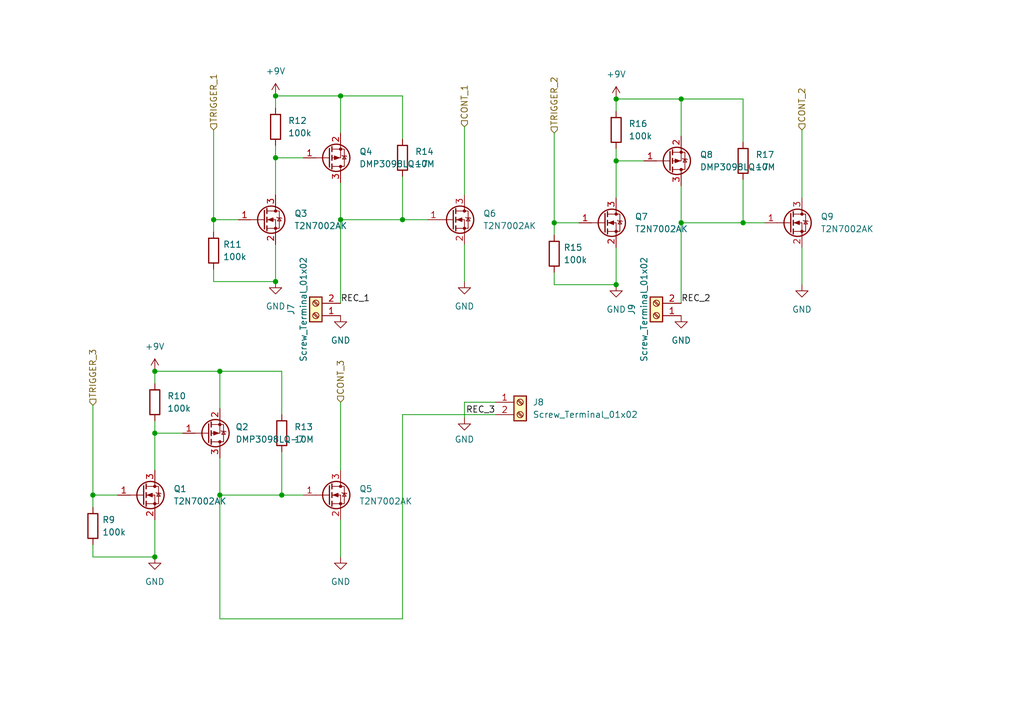
<source format=kicad_sch>
(kicad_sch (version 20211123) (generator eeschema)
  (paper "A5")
  (title_block (title "PAL 9000") (date "3/5/2022") (rev "2") (company "Purdue Space Program High Altitude"))
  (lib_symbols
    (symbol "Connector:Screw_Terminal_01x02" (pin_names (offset 1.016) hide)
      (property "Reference" "J" (at 0 2.54 0))
      (property "Value" "Screw_Terminal_01x02" (at 0 -5.08 0))
      (symbol "Screw_Terminal_01x02_1_1"
        (rectangle (start -1.27 1.27) (end 1.27 -3.81) (stroke (width 0.254)) (fill (type background)))
        (circle (center 0 -2.54) (radius 0.635) (stroke (width 0.1524)))
        (polyline (pts (xy -0.5334 -2.2098) (xy 0.3302 -3.048)) (stroke (width 0.1524)))
        (polyline (pts (xy -0.5334 0.3302) (xy 0.3302 -0.508)) (stroke (width 0.1524)))
        (polyline (pts (xy -0.3556 -2.032) (xy 0.508 -2.8702)) (stroke (width 0.1524)))
        (polyline (pts (xy -0.3556 0.508) (xy 0.508 -0.3302)) (stroke (width 0.1524)))
        (circle (center 0 0) (radius 0.635) (stroke (width 0.1524)))
        (pin passive line (at -5.08 0 0) (length 3.81) (name "Pin_1") (number "1"))
        (pin passive line (at -5.08 -2.54 0) (length 3.81) (name "Pin_2") (number "2"))
      )
    )
    (symbol "Device:Q_NMOS_GSD" (pin_names (offset 0) hide)
      (property "Reference" "Q" (at 5.08 1.27 0))
      (property "Value" "Q_NMOS_GSD" (at 5.08 -1.27 0))
      (symbol "Q_NMOS_GSD_0_1"
        (polyline (pts (xy 0.254 0) (xy -2.54 0)))
        (polyline (pts (xy 0.254 1.905) (xy 0.254 -1.905)) (stroke (width 0.254)))
        (polyline (pts (xy 0.762 -1.27) (xy 0.762 -2.286)) (stroke (width 0.254)))
        (polyline (pts (xy 0.762 0.508) (xy 0.762 -0.508)) (stroke (width 0.254)))
        (polyline (pts (xy 0.762 2.286) (xy 0.762 1.27)) (stroke (width 0.254)))
        (polyline (pts (xy 2.54 2.54) (xy 2.54 1.778)))
        (polyline (pts (xy 2.54 -2.54) (xy 2.54 0) (xy 0.762 0)))
        (polyline (pts (xy 0.762 -1.778) (xy 3.302 -1.778) (xy 3.302 1.778) (xy 0.762 1.778)))
        (polyline (pts (xy 1.016 0) (xy 2.032 0.381) (xy 2.032 -0.381) (xy 1.016 0)) (fill (type outline)))
        (polyline (pts (xy 2.794 0.508) (xy 2.921 0.381) (xy 3.683 0.381) (xy 3.81 0.254)))
        (polyline (pts (xy 3.302 0.381) (xy 2.921 -0.254) (xy 3.683 -0.254) (xy 3.302 0.381)))
        (circle (center 1.651 0) (radius 2.794) (stroke (width 0.254)))
        (circle (center 2.54 -1.778) (radius 0.254) (fill (type outline)))
        (circle (center 2.54 1.778) (radius 0.254) (fill (type outline)))
      )
      (symbol "Q_NMOS_GSD_1_1"
        (pin input line (at -5.08 0 0) (length 2.54) (name "G") (number "1"))
        (pin passive line (at 2.54 -5.08 90) (length 2.54) (name "S") (number "2"))
        (pin passive line (at 2.54 5.08 270) (length 2.54) (name "D") (number "3"))
      )
    )
    (symbol "Device:Q_PMOS_GSD" (pin_names (offset 0) hide)
      (property "Reference" "Q" (at 5.08 1.27 0))
      (property "Value" "Q_PMOS_GSD" (at 5.08 -1.27 0))
      (symbol "Q_PMOS_GSD_0_1"
        (polyline (pts (xy 0.254 0) (xy -2.54 0)))
        (polyline (pts (xy 0.254 1.905) (xy 0.254 -1.905)) (stroke (width 0.254)))
        (polyline (pts (xy 0.762 -1.27) (xy 0.762 -2.286)) (stroke (width 0.254)))
        (polyline (pts (xy 0.762 0.508) (xy 0.762 -0.508)) (stroke (width 0.254)))
        (polyline (pts (xy 0.762 2.286) (xy 0.762 1.27)) (stroke (width 0.254)))
        (polyline (pts (xy 2.54 2.54) (xy 2.54 1.778)))
        (polyline (pts (xy 2.54 -2.54) (xy 2.54 0) (xy 0.762 0)))
        (polyline (pts (xy 0.762 1.778) (xy 3.302 1.778) (xy 3.302 -1.778) (xy 0.762 -1.778)))
        (polyline (pts (xy 2.286 0) (xy 1.27 0.381) (xy 1.27 -0.381) (xy 2.286 0)) (fill (type outline)))
        (polyline (pts (xy 2.794 -0.508) (xy 2.921 -0.381) (xy 3.683 -0.381) (xy 3.81 -0.254)))
        (polyline (pts (xy 3.302 -0.381) (xy 2.921 0.254) (xy 3.683 0.254) (xy 3.302 -0.381)))
        (circle (center 1.651 0) (radius 2.794) (stroke (width 0.254)))
        (circle (center 2.54 -1.778) (radius 0.254) (fill (type outline)))
        (circle (center 2.54 1.778) (radius 0.254) (fill (type outline)))
      )
      (symbol "Q_PMOS_GSD_1_1"
        (pin input line (at -5.08 0 0) (length 2.54) (name "G") (number "1"))
        (pin passive line (at 2.54 -5.08 90) (length 2.54) (name "S") (number "2"))
        (pin passive line (at 2.54 5.08 270) (length 2.54) (name "D") (number "3"))
      )
    )
    (symbol "Device:R" (pin_numbers hide) (pin_names (offset 0))
      (property "Reference" "R" (at 2.032 0 90))
      (property "Value" "R" (at 0 0 90))
      (symbol "R_0_1"
        (rectangle (start -1.016 -2.54) (end 1.016 2.54) (stroke (width 0.254)))
      )
      (symbol "R_1_1"
        (pin passive line (at 0 3.81 270) (length 1.27) (name "~") (number "1"))
        (pin passive line (at 0 -3.81 90) (length 1.27) (name "~") (number "2"))
      )
    )
    (symbol "power:+9V" (power) (pin_names (offset 0))
      (property "Value" "+9V" (at 0 3.556 0))
      (symbol "+9V_0_1"
        (polyline (pts (xy -0.762 1.27) (xy 0 2.54)))
        (polyline (pts (xy 0 0) (xy 0 2.54)))
        (polyline (pts (xy 0 2.54) (xy 0.762 1.27)))
      )
      (symbol "+9V_1_1"
        (pin power_in line (at 0 0 90) (length 0) hide (name "+9V") (number "1"))
      )
    )
    (symbol "power:GND" (power) (pin_names (offset 0))
      (property "Value" "GND" (at 0 -3.81 0))
      (symbol "GND_0_1"
        (polyline (pts (xy 0 0) (xy 0 -1.27) (xy 1.27 -1.27) (xy 0 -2.54) (xy -1.27 -1.27) (xy 0 -1.27)))
      )
      (symbol "GND_1_1"
        (pin power_in line (at 0 0 270) (length 0) hide (name "GND") (number "1"))
      )
    )
  )
  (junction (at 56.515 19.685))
  (junction (at 139.7 20.32))
  (junction (at 69.85 19.685))
  (junction (at 69.85 45.085))
  (junction (at 56.515 32.385))
  (junction (at 82.55 45.085))
  (junction (at 31.75 76.2))
  (junction (at 152.4 45.72))
  (junction (at 126.365 58.42))
  (junction (at 56.515 57.785))
  (junction (at 126.365 20.32))
  (junction (at 45.085 101.6))
  (junction (at 31.75 88.9))
  (junction (at 57.785 101.6))
  (junction (at 139.7 45.72))
  (junction (at 31.75 114.3))
  (junction (at 19.05 101.6))
  (junction (at 43.815 45.085))
  (junction (at 126.365 33.02))
  (junction (at 45.085 76.2))
  (junction (at 113.665 45.72))
  (wire (pts (xy 56.515 19.685) (xy 56.515 22.225)))
  (wire (pts (xy 126.365 20.32) (xy 126.365 22.86)))
  (wire (pts (xy 31.75 76.2) (xy 31.75 78.74)))
  (wire (pts (xy 31.75 88.9) (xy 31.75 96.52)))
  (wire (pts (xy 19.05 83.185) (xy 19.05 101.6)))
  (wire (pts (xy 45.085 93.98) (xy 45.085 101.6)))
  (wire (pts (xy 56.515 29.845) (xy 56.515 32.385)))
  (wire (pts (xy 139.7 20.32) (xy 139.7 27.94)))
  (wire (pts (xy 126.365 33.02) (xy 126.365 40.64)))
  (wire (pts (xy 31.75 76.2) (xy 45.085 76.2)))
  (wire (pts (xy 152.4 20.32) (xy 152.4 29.21)))
  (wire (pts (xy 19.05 114.3) (xy 31.75 114.3)))
  (wire (pts (xy 69.85 82.55) (xy 69.85 96.52)))
  (wire (pts (xy 139.7 45.72) (xy 152.4 45.72)))
  (wire (pts (xy 152.4 45.72) (xy 156.845 45.72)))
  (wire (pts (xy 69.85 45.085) (xy 69.85 62.23)))
  (wire (pts (xy 113.665 55.88) (xy 113.665 58.42)))
  (wire (pts (xy 126.365 20.32) (xy 139.7 20.32)))
  (wire (pts (xy 139.7 38.1) (xy 139.7 45.72)))
  (wire (pts (xy 56.515 50.165) (xy 56.515 57.785)))
  (wire (pts (xy 45.085 101.6) (xy 57.785 101.6)))
  (wire (pts (xy 69.85 106.68) (xy 69.85 114.3)))
  (wire (pts (xy 45.085 76.2) (xy 45.085 83.82)))
  (wire (pts (xy 82.55 19.685) (xy 82.55 28.575)))
  (wire (pts (xy 45.085 101.6) (xy 45.085 127)))
  (wire (pts (xy 45.085 127) (xy 82.55 127)))
  (wire (pts (xy 43.815 45.085) (xy 48.895 45.085)))
  (wire (pts (xy 152.4 36.83) (xy 152.4 45.72)))
  (wire (pts (xy 139.7 20.32) (xy 152.4 20.32)))
  (wire (pts (xy 113.665 58.42) (xy 126.365 58.42)))
  (wire (pts (xy 57.785 101.6) (xy 62.23 101.6)))
  (wire (pts (xy 95.25 50.165) (xy 95.25 57.785)))
  (wire (pts (xy 69.85 19.685) (xy 69.85 27.305)))
  (wire (pts (xy 164.465 50.8) (xy 164.465 58.42)))
  (wire (pts (xy 113.665 45.72) (xy 118.745 45.72)))
  (wire (pts (xy 95.25 26.035) (xy 95.25 40.005)))
  (wire (pts (xy 43.815 26.67) (xy 43.815 45.085)))
  (wire (pts (xy 43.815 45.085) (xy 43.815 47.625)))
  (wire (pts (xy 69.85 37.465) (xy 69.85 45.085)))
  (wire (pts (xy 82.55 85.09) (xy 82.55 127)))
  (wire (pts (xy 101.6 85.09) (xy 82.55 85.09)))
  (wire (pts (xy 43.815 55.245) (xy 43.815 57.785)))
  (wire (pts (xy 43.815 57.785) (xy 56.515 57.785)))
  (wire (pts (xy 56.515 32.385) (xy 56.515 40.005)))
  (wire (pts (xy 62.23 32.385) (xy 56.515 32.385)))
  (wire (pts (xy 45.085 76.2) (xy 57.785 76.2)))
  (wire (pts (xy 95.25 82.55) (xy 95.25 85.725)))
  (wire (pts (xy 101.6 82.55) (xy 95.25 82.55)))
  (wire (pts (xy 139.7 45.72) (xy 139.7 62.23)))
  (wire (pts (xy 113.665 27.305) (xy 113.665 45.72)))
  (wire (pts (xy 56.515 19.685) (xy 69.85 19.685)))
  (wire (pts (xy 69.85 19.685) (xy 82.55 19.685)))
  (wire (pts (xy 126.365 50.8) (xy 126.365 58.42)))
  (wire (pts (xy 164.465 26.67) (xy 164.465 40.64)))
  (wire (pts (xy 69.85 45.085) (xy 82.55 45.085)))
  (wire (pts (xy 82.55 36.195) (xy 82.55 45.085)))
  (wire (pts (xy 82.55 45.085) (xy 87.63 45.085)))
  (wire (pts (xy 126.365 30.48) (xy 126.365 33.02)))
  (wire (pts (xy 31.75 106.68) (xy 31.75 114.3)))
  (wire (pts (xy 31.75 86.36) (xy 31.75 88.9)))
  (wire (pts (xy 37.465 88.9) (xy 31.75 88.9)))
  (wire (pts (xy 57.785 76.2) (xy 57.785 85.09)))
  (wire (pts (xy 113.665 45.72) (xy 113.665 48.26)))
  (wire (pts (xy 19.05 111.76) (xy 19.05 114.3)))
  (wire (pts (xy 19.05 101.6) (xy 24.13 101.6)))
  (wire (pts (xy 19.05 101.6) (xy 19.05 104.14)))
  (wire (pts (xy 57.785 92.71) (xy 57.785 101.6)))
  (wire (pts (xy 132.08 33.02) (xy 126.365 33.02)))
  (label "REC_2" (at 139.7 62.23 0))
  (label "REC_1" (at 69.85 62.23 0))
  (label "REC_3" (at 101.6 85.09 180))
  (hierarchical_label "TRIGGER_1" (shape input) (at 43.815 26.67 90))
  (hierarchical_label "CONT_3" (shape input) (at 69.85 82.55 90))
  (hierarchical_label "TRIGGER_2" (shape input) (at 113.665 27.305 90))
  (hierarchical_label "CONT_2" (shape input) (at 164.465 26.67 90))
  (hierarchical_label "CONT_1" (shape input) (at 95.25 26.035 90))
  (hierarchical_label "TRIGGER_3" (shape input) (at 19.05 83.185 90))
  (symbol (lib_id "Device:R") (at 56.515 26.035 0) (unit 1)
    (property "Reference" "R12" (at 59.055 24.7649 0) (effects (justify left)))
    (property "Value" "100k" (at 59.055 27.3049 0) (effects (justify left)))
    (property "Footprint" "Resistor_SMD:R_0603_1608Metric" (effects hide))
  )
  (symbol (lib_id "Device:Q_NMOS_GSD") (at 53.975 45.085 0) (unit 1)
    (property "Reference" "Q3" (at 60.325 43.8149 0) (effects (justify left)))
    (property "Value" "T2N7002AK" (at 60.325 46.3549 0) (effects (justify left)))
    (property "Footprint" "Package_TO_SOT_SMD:SOT-23" (effects hide))
  )
  (symbol (lib_id "power:GND") (at 69.85 114.3 0) (unit 1)
    (property "Reference" "#PWR027" (effects hide))
    (property "Value" "GND" (at 69.85 119.38 0))
  )
  (symbol (lib_id "Device:Q_NMOS_GSD") (at 123.825 45.72 0) (unit 1)
    (property "Reference" "Q7" (at 130.175 44.4499 0) (effects (justify left)))
    (property "Value" "T2N7002AK" (at 130.175 46.9899 0) (effects (justify left)))
    (property "Footprint" "Package_TO_SOT_SMD:SOT-23" (effects hide))
  )
  (symbol (lib_id "Device:R") (at 152.4 33.02 0) (unit 1)
    (property "Reference" "R17" (at 154.94 31.7499 0) (effects (justify left)))
    (property "Value" "10M" (at 154.94 34.2899 0) (effects (justify left)))
    (property "Footprint" "Resistor_SMD:R_0603_1608Metric" (effects hide))
  )
  (symbol (lib_id "Connector:Screw_Terminal_01x02") (at 134.62 64.77 180) (unit 1)
    (property "Reference" "J9" (at 129.54 63.5 90))
    (property "Value" "Screw_Terminal_01x02" (at 132.08 63.5 90))
    (property "Footprint" "Connector_PinHeader_2.54mm:PinHeader_1x02_P2.54mm_Vertical" (effects hide))
  )
  (symbol (lib_id "power:GND") (at 69.85 64.77 0) (unit 1)
    (property "Reference" "#PWR026" (effects hide))
    (property "Value" "GND" (at 69.85 69.85 0))
  )
  (symbol (lib_id "power:GND") (at 95.25 57.785 0) (unit 1)
    (property "Reference" "#PWR028" (effects hide))
    (property "Value" "GND" (at 95.25 62.865 0))
  )
  (symbol (lib_id "Connector:Screw_Terminal_01x02") (at 106.68 82.55 0) (unit 1)
    (property "Reference" "J8" (at 109.22 82.5499 0) (effects (justify left)))
    (property "Value" "Screw_Terminal_01x02" (at 109.22 85.0899 0) (effects (justify left)))
    (property "Footprint" "Connector_PinHeader_2.54mm:PinHeader_1x02_P2.54mm_Vertical" (effects hide))
  )
  (symbol (lib_id "power:GND") (at 164.465 58.42 0) (unit 1)
    (property "Reference" "#PWR033" (effects hide))
    (property "Value" "GND" (at 164.465 63.5 0))
  )
  (symbol (lib_id "Device:Q_PMOS_GSD") (at 42.545 88.9 0) (mirror x) (unit 1)
    (property "Reference" "Q2" (at 48.26 87.6299 0) (effects (justify left)))
    (property "Value" "DMP3098LQ-7" (at 48.26 90.1699 0) (effects (justify left)))
    (property "Footprint" "Package_TO_SOT_SMD:SOT-23" (effects hide))
  )
  (symbol (lib_id "Device:R") (at 31.75 82.55 0) (unit 1)
    (property "Reference" "R10" (at 34.29 81.2799 0) (effects (justify left)))
    (property "Value" "100k" (at 34.29 83.8199 0) (effects (justify left)))
    (property "Footprint" "Resistor_SMD:R_0603_1608Metric" (effects hide))
  )
  (symbol (lib_id "Device:Q_NMOS_GSD") (at 67.31 101.6 0) (unit 1)
    (property "Reference" "Q5" (at 73.66 100.3299 0) (effects (justify left)))
    (property "Value" "T2N7002AK" (at 73.66 102.8699 0) (effects (justify left)))
    (property "Footprint" "Package_TO_SOT_SMD:SOT-23" (effects hide))
  )
  (symbol (lib_id "Connector:Screw_Terminal_01x02") (at 64.77 64.77 180) (unit 1)
    (property "Reference" "J7" (at 59.69 63.5 90))
    (property "Value" "Screw_Terminal_01x02" (at 62.23 63.5 90))
    (property "Footprint" "Connector_PinHeader_2.54mm:PinHeader_1x02_P2.54mm_Vertical" (effects hide))
  )
  (symbol (lib_id "power:GND") (at 126.365 58.42 0) (unit 1)
    (property "Reference" "#PWR031" (effects hide))
    (property "Value" "GND" (at 126.365 63.5 0))
  )
  (symbol (lib_id "Device:Q_PMOS_GSD") (at 67.31 32.385 0) (mirror x) (unit 1)
    (property "Reference" "Q4" (at 73.66 31.1149 0) (effects (justify left)))
    (property "Value" "DMP3098LQ-7" (at 73.66 33.6549 0) (effects (justify left)))
    (property "Footprint" "Package_TO_SOT_SMD:SOT-23" (effects hide))
  )
  (symbol (lib_id "power:GND") (at 56.515 57.785 0) (unit 1)
    (property "Reference" "#PWR025" (effects hide))
    (property "Value" "GND" (at 56.515 62.865 0))
  )
  (symbol (lib_id "Device:Q_PMOS_GSD") (at 137.16 33.02 0) (mirror x) (unit 1)
    (property "Reference" "Q8" (at 143.51 31.7499 0) (effects (justify left)))
    (property "Value" "DMP3098LQ-7" (at 143.51 34.2899 0) (effects (justify left)))
    (property "Footprint" "Package_TO_SOT_SMD:SOT-23" (effects hide))
  )
  (symbol (lib_id "Device:R") (at 43.815 51.435 0) (unit 1)
    (property "Reference" "R11" (at 45.72 50.1649 0) (effects (justify left)))
    (property "Value" "100k" (at 45.72 52.7049 0) (effects (justify left)))
    (property "Footprint" "Resistor_SMD:R_0603_1608Metric" (effects hide))
  )
  (symbol (lib_id "Device:R") (at 126.365 26.67 0) (unit 1)
    (property "Reference" "R16" (at 128.905 25.3999 0) (effects (justify left)))
    (property "Value" "100k" (at 128.905 27.9399 0) (effects (justify left)))
    (property "Footprint" "Resistor_SMD:R_0603_1608Metric" (effects hide))
  )
  (symbol (lib_id "power:GND") (at 31.75 114.3 0) (unit 1)
    (property "Reference" "#PWR023" (effects hide))
    (property "Value" "GND" (at 31.75 119.38 0))
  )
  (symbol (lib_id "Device:R") (at 19.05 107.95 0) (unit 1)
    (property "Reference" "R9" (at 20.955 106.6799 0) (effects (justify left)))
    (property "Value" "100k" (at 20.955 109.2199 0) (effects (justify left)))
    (property "Footprint" "Resistor_SMD:R_0603_1608Metric" (effects hide))
  )
  (symbol (lib_id "power:+9V") (at 56.515 19.685 0) (unit 1)
    (property "Reference" "#PWR024" (effects hide))
    (property "Value" "+9V" (at 56.515 14.605 0))
  )
  (symbol (lib_id "power:GND") (at 139.7 64.77 0) (unit 1)
    (property "Reference" "#PWR032" (effects hide))
    (property "Value" "GND" (at 139.7 69.85 0))
  )
  (symbol (lib_id "power:+9V") (at 126.365 20.32 0) (unit 1)
    (property "Reference" "#PWR030" (effects hide))
    (property "Value" "+9V" (at 126.365 15.24 0))
  )
  (symbol (lib_id "Device:Q_NMOS_GSD") (at 29.21 101.6 0) (unit 1)
    (property "Reference" "Q1" (at 35.56 100.3299 0) (effects (justify left)))
    (property "Value" "T2N7002AK" (at 35.56 102.8699 0) (effects (justify left)))
    (property "Footprint" "Package_TO_SOT_SMD:SOT-23" (effects hide))
  )
  (symbol (lib_id "Device:R") (at 113.665 52.07 0) (unit 1)
    (property "Reference" "R15" (at 115.57 50.7999 0) (effects (justify left)))
    (property "Value" "100k" (at 115.57 53.3399 0) (effects (justify left)))
    (property "Footprint" "Resistor_SMD:R_0603_1608Metric" (effects hide))
  )
  (symbol (lib_id "power:GND") (at 95.25 85.725 0) (unit 1)
    (property "Reference" "#PWR029" (effects hide))
    (property "Value" "GND" (at 95.25 90.17 0))
  )
  (symbol (lib_id "Device:R") (at 82.55 32.385 0) (unit 1)
    (property "Reference" "R14" (at 85.09 31.1149 0) (effects (justify left)))
    (property "Value" "10M" (at 85.09 33.6549 0) (effects (justify left)))
    (property "Footprint" "Resistor_SMD:R_0603_1608Metric" (effects hide))
  )
  (symbol (lib_id "Device:R") (at 57.785 88.9 0) (unit 1)
    (property "Reference" "R13" (at 60.325 87.6299 0) (effects (justify left)))
    (property "Value" "10M" (at 60.325 90.1699 0) (effects (justify left)))
    (property "Footprint" "Resistor_SMD:R_0603_1608Metric" (effects hide))
  )
  (symbol (lib_id "power:+9V") (at 31.75 76.2 0) (unit 1)
    (property "Reference" "#PWR022" (effects hide))
    (property "Value" "+9V" (at 31.75 71.12 0))
  )
  (symbol (lib_id "Device:Q_NMOS_GSD") (at 161.925 45.72 0) (unit 1)
    (property "Reference" "Q9" (at 168.275 44.4499 0) (effects (justify left)))
    (property "Value" "T2N7002AK" (at 168.275 46.9899 0) (effects (justify left)))
    (property "Footprint" "Package_TO_SOT_SMD:SOT-23" (effects hide))
  )
  (symbol (lib_id "Device:Q_NMOS_GSD") (at 92.71 45.085 0) (unit 1)
    (property "Reference" "Q6" (at 99.06 43.8149 0) (effects (justify left)))
    (property "Value" "T2N7002AK" (at 99.06 46.3549 0) (effects (justify left)))
    (property "Footprint" "Package_TO_SOT_SMD:SOT-23" (effects hide))
  )
)
</source>
